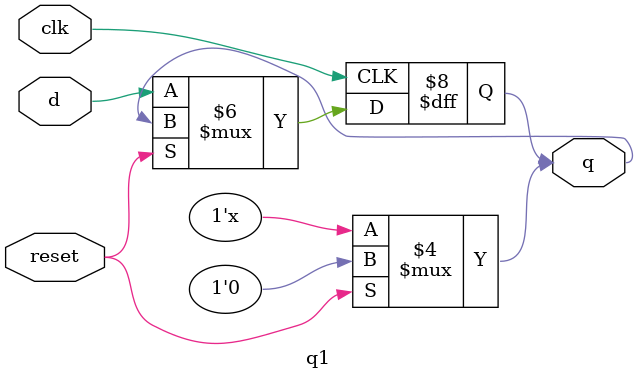
<source format=v>
module q1(d,clk,reset,q);
 input d,clk,reset;
 output reg q;
 always @(posedge clk)
        if (!reset)
            q <= d;
    always @(reset)
        if (reset)
            q <= 0;

endmodule
 
 

</source>
